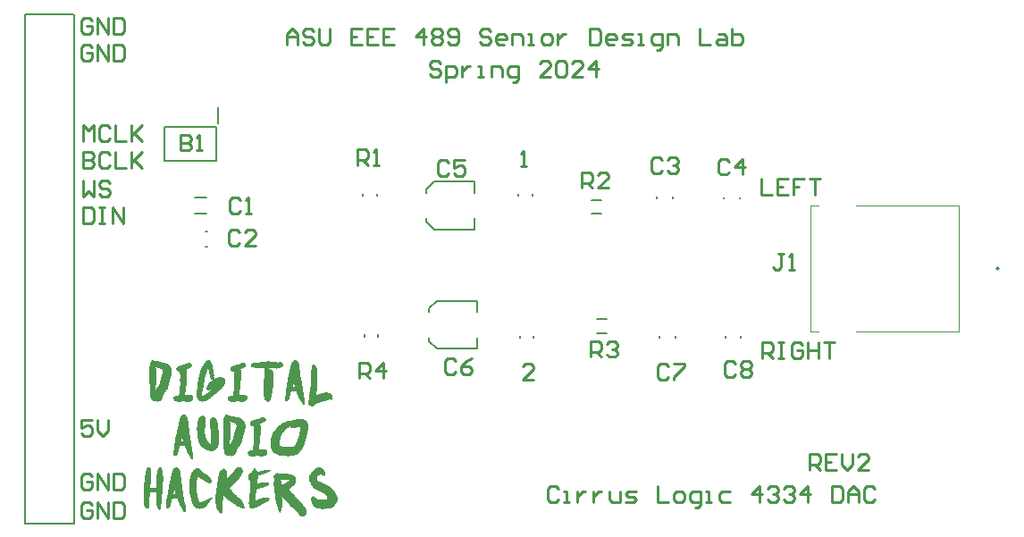
<source format=gbr>
%TF.GenerationSoftware,Altium Limited,Altium Designer,24.1.2 (44)*%
G04 Layer_Color=65535*
%FSLAX45Y45*%
%MOMM*%
%TF.SameCoordinates,081E4AA9-6FF8-4DA1-966E-1EA6E075E410*%
%TF.FilePolarity,Positive*%
%TF.FileFunction,Legend,Top*%
%TF.Part,Single*%
G01*
G75*
%TA.AperFunction,NonConductor*%
%ADD23C,0.20000*%
%ADD24C,0.10000*%
%ADD25C,0.25400*%
G36*
X2381525Y1655108D02*
X2448352D01*
Y1650653D01*
X2461717D01*
Y1655108D01*
X2488448D01*
Y1650653D01*
X2497358D01*
Y1646198D01*
X2501813D01*
Y1637288D01*
X2506268D01*
Y1615012D01*
X2501813D01*
Y1610557D01*
X2497358D01*
Y1606102D01*
X2492903D01*
Y1601647D01*
X2483993D01*
Y1597191D01*
X2470627D01*
Y1592736D01*
X2448352D01*
Y1588281D01*
X2439441D01*
Y1592736D01*
X2381525D01*
Y1597191D01*
X2359249D01*
Y1592736D01*
X2372615D01*
Y1588281D01*
X2385980D01*
Y1583826D01*
X2390435D01*
Y1579371D01*
X2399345D01*
Y1574916D01*
X2403800D01*
Y1570461D01*
X2408256D01*
Y1561550D01*
X2412711D01*
Y1548185D01*
X2417166D01*
Y1445717D01*
X2412711D01*
Y1410076D01*
X2408256D01*
Y1378890D01*
X2403800D01*
Y1356615D01*
X2399345D01*
Y1334339D01*
X2394890D01*
Y1316519D01*
X2390435D01*
Y1303153D01*
X2385980D01*
Y1294243D01*
X2381525D01*
Y1285332D01*
X2377070D01*
Y1280878D01*
X2368159D01*
Y1276422D01*
X2354794D01*
Y1280878D01*
X2345884D01*
Y1285332D01*
X2341429D01*
Y1289788D01*
X2336973D01*
Y1294243D01*
X2332519D01*
Y1307608D01*
X2328063D01*
Y1325429D01*
X2323608D01*
Y1361070D01*
X2319153D01*
Y1410076D01*
X2323608D01*
Y1490268D01*
X2328063D01*
Y1592736D01*
X2287967D01*
Y1597191D01*
X2234506D01*
Y1601647D01*
X2216685D01*
Y1606102D01*
X2203320D01*
Y1610557D01*
X2198865D01*
Y1637288D01*
X2207775D01*
Y1641743D01*
X2216685D01*
Y1646198D01*
X2238961D01*
Y1650653D01*
X2287967D01*
Y1655108D01*
X2350339D01*
Y1659563D01*
X2381525D01*
Y1655108D01*
D02*
G37*
G36*
X2804762Y1623922D02*
X2813672D01*
Y1615012D01*
X2818127D01*
Y1606102D01*
X2822582D01*
Y1592736D01*
X2827037D01*
Y1566006D01*
X2831492D01*
Y1445717D01*
X2827037D01*
Y1378890D01*
X2822582D01*
Y1343249D01*
X2835948D01*
Y1347704D01*
X2849313D01*
Y1352159D01*
X2862678D01*
Y1356615D01*
X2880499D01*
Y1361070D01*
X2898319D01*
Y1365525D01*
X2929505D01*
Y1361070D01*
X2942871D01*
Y1356615D01*
X2951781D01*
Y1352159D01*
X2956236D01*
Y1347704D01*
X2960691D01*
Y1343249D01*
X2965146D01*
Y1338794D01*
X2969601D01*
Y1312063D01*
X2974057D01*
Y1294243D01*
X2960691D01*
Y1298698D01*
X2938416D01*
Y1294243D01*
X2925050D01*
Y1289788D01*
X2911685D01*
Y1285332D01*
X2893864D01*
Y1280878D01*
X2880499D01*
Y1276422D01*
X2867133D01*
Y1271967D01*
X2853768D01*
Y1267512D01*
X2840403D01*
Y1263057D01*
X2831492D01*
Y1258602D01*
X2813672D01*
Y1254147D01*
X2809217D01*
Y1245237D01*
X2804762D01*
Y1240781D01*
X2800307D01*
Y1236326D01*
X2795851D01*
Y1231871D01*
X2764666D01*
Y1236326D01*
X2760210D01*
Y1240781D01*
X2755755D01*
Y1245237D01*
X2751300D01*
Y1249692D01*
X2746845D01*
Y1263057D01*
X2742390D01*
Y1289788D01*
X2746845D01*
Y1294243D01*
X2751300D01*
Y1303153D01*
X2755755D01*
Y1352159D01*
X2760210D01*
Y1361070D01*
X2755755D01*
Y1365525D01*
X2760210D01*
Y1414531D01*
X2764666D01*
Y1476903D01*
X2769121D01*
Y1530364D01*
Y1534820D01*
Y1574916D01*
X2773576D01*
Y1606102D01*
X2778031D01*
Y1619467D01*
X2782486D01*
Y1623922D01*
X2786941D01*
Y1628377D01*
X2804762D01*
Y1623922D01*
D02*
G37*
G36*
X2140948Y1641743D02*
X2145403D01*
Y1637288D01*
X2149858D01*
Y1628377D01*
X2154313D01*
Y1615012D01*
X2149858D01*
Y1606102D01*
X2140948D01*
Y1601647D01*
X2136493D01*
Y1597191D01*
X2132038D01*
Y1592736D01*
X2118672D01*
Y1588281D01*
X2109762D01*
Y1583826D01*
X2100852D01*
Y1574916D01*
X2105307D01*
Y1481358D01*
X2100852D01*
Y1427897D01*
X2096397D01*
Y1392256D01*
X2091942D01*
Y1365525D01*
X2087487D01*
Y1343249D01*
X2083031D01*
Y1338794D01*
X2154313D01*
Y1334339D01*
X2163224D01*
Y1329884D01*
X2167679D01*
Y1303153D01*
X2163224D01*
Y1294243D01*
X2158769D01*
Y1289788D01*
X2154313D01*
Y1285332D01*
X2145403D01*
Y1280878D01*
X2136493D01*
Y1276422D01*
X2087487D01*
Y1280878D01*
X2056301D01*
Y1276422D01*
X2007294D01*
Y1280878D01*
X1989474D01*
Y1289788D01*
X1985019D01*
Y1298698D01*
X1980563D01*
Y1320973D01*
X1989474D01*
Y1325429D01*
X1998384D01*
Y1329884D01*
X2029570D01*
Y1352159D01*
X2034025D01*
Y1378890D01*
X2038480D01*
Y1418986D01*
Y1423441D01*
Y1427897D01*
X2042935D01*
Y1467993D01*
X2038480D01*
Y1490268D01*
X2042935D01*
Y1539275D01*
X2038480D01*
Y1566006D01*
X2016205D01*
Y1570461D01*
X2007294D01*
Y1574916D01*
X2002839D01*
Y1583826D01*
X1998384D01*
Y1588281D01*
X2002839D01*
Y1597191D01*
X2007294D01*
Y1601647D01*
X2011749D01*
Y1606102D01*
X2016205D01*
Y1610557D01*
X2025115D01*
Y1615012D01*
X2034025D01*
Y1619467D01*
X2047390D01*
Y1623922D01*
X2060756D01*
Y1628377D01*
X2074121D01*
Y1632832D01*
X2087487D01*
Y1637288D01*
X2096397D01*
Y1641743D01*
X2109762D01*
Y1646198D01*
X2140948D01*
Y1641743D01*
D02*
G37*
G36*
X1802359Y1668473D02*
X1811269D01*
Y1664018D01*
X1820179D01*
Y1659563D01*
X1824634D01*
Y1650653D01*
X1829089D01*
Y1628377D01*
X1833544D01*
Y1606102D01*
X1838000D01*
Y1583826D01*
X1842455D01*
Y1561550D01*
X1846910D01*
Y1539275D01*
X1851365D01*
Y1516999D01*
X1846910D01*
Y1508089D01*
X1851365D01*
Y1490268D01*
X1855820D01*
Y1494723D01*
X1864730D01*
Y1499179D01*
X1878096D01*
Y1503634D01*
X1891461D01*
Y1508089D01*
X1927102D01*
Y1503634D01*
X1936012D01*
Y1499179D01*
X1944922D01*
Y1494723D01*
X1949378D01*
Y1490268D01*
X1953833D01*
Y1485813D01*
X1958288D01*
Y1450172D01*
X1953833D01*
Y1441262D01*
X1949378D01*
Y1432352D01*
X1944922D01*
Y1423441D01*
X1940468D01*
Y1418986D01*
X1936012D01*
Y1414531D01*
X1931557D01*
Y1410076D01*
X1927102D01*
Y1405621D01*
X1922647D01*
Y1401166D01*
X1918192D01*
Y1396711D01*
X1913737D01*
Y1392256D01*
X1909281D01*
Y1387800D01*
X1904827D01*
Y1383345D01*
X1900371D01*
Y1378890D01*
X1891461D01*
Y1374435D01*
X1887006D01*
Y1369980D01*
X1882551D01*
Y1365525D01*
X1878096D01*
Y1361070D01*
X1873641D01*
Y1356615D01*
X1869185D01*
Y1352159D01*
X1864730D01*
Y1347704D01*
X1855820D01*
Y1343249D01*
X1851365D01*
Y1338794D01*
X1846910D01*
Y1334339D01*
X1842455D01*
Y1329884D01*
X1838000D01*
Y1325429D01*
X1833544D01*
Y1320973D01*
X1824634D01*
Y1316519D01*
X1820179D01*
Y1312063D01*
X1815724D01*
Y1307608D01*
X1806814D01*
Y1303153D01*
X1802359D01*
Y1298698D01*
X1793448D01*
Y1294243D01*
X1784538D01*
Y1289788D01*
X1775628D01*
Y1285332D01*
X1762262D01*
Y1280878D01*
X1744442D01*
Y1276422D01*
X1735532D01*
Y1280878D01*
X1717711D01*
Y1285332D01*
X1708801D01*
Y1289788D01*
X1704346D01*
Y1294243D01*
X1699891D01*
Y1298698D01*
X1695436D01*
Y1303153D01*
X1690980D01*
Y1316519D01*
X1686525D01*
Y1396711D01*
X1690980D01*
Y1436807D01*
X1695436D01*
Y1467993D01*
X1699891D01*
Y1494723D01*
X1704346D01*
Y1512544D01*
X1708801D01*
Y1530364D01*
X1713256D01*
Y1543730D01*
X1717711D01*
Y1557095D01*
X1722166D01*
Y1574916D01*
X1726621D01*
Y1588281D01*
X1731077D01*
Y1597191D01*
X1735532D01*
Y1606102D01*
X1739987D01*
Y1615012D01*
X1744442D01*
Y1623922D01*
X1748897D01*
Y1632832D01*
X1753352D01*
Y1637288D01*
X1757807D01*
Y1646198D01*
X1762262D01*
Y1650653D01*
X1766718D01*
Y1655108D01*
X1771173D01*
Y1659563D01*
X1775628D01*
Y1664018D01*
X1784538D01*
Y1668473D01*
X1797903D01*
Y1672929D01*
X1802359D01*
Y1668473D01*
D02*
G37*
G36*
X1628609Y1641743D02*
X1633064D01*
Y1637288D01*
X1637519D01*
Y1628377D01*
X1641974D01*
Y1615012D01*
X1637519D01*
Y1606102D01*
X1628609D01*
Y1601647D01*
X1624153D01*
Y1597191D01*
X1619698D01*
Y1592736D01*
X1606333D01*
Y1588281D01*
X1597423D01*
Y1583826D01*
X1588512D01*
Y1574916D01*
X1592968D01*
Y1543730D01*
Y1539275D01*
Y1481358D01*
X1588512D01*
Y1427897D01*
X1584057D01*
Y1392256D01*
X1579602D01*
Y1365525D01*
X1575147D01*
Y1343249D01*
X1570692D01*
Y1338794D01*
X1641974D01*
Y1334339D01*
X1650884D01*
Y1329884D01*
X1655339D01*
Y1303153D01*
X1650884D01*
Y1294243D01*
X1646429D01*
Y1289788D01*
X1641974D01*
Y1285332D01*
X1633064D01*
Y1280878D01*
X1624153D01*
Y1276422D01*
X1575147D01*
Y1280878D01*
X1543961D01*
Y1276422D01*
X1494955D01*
Y1280878D01*
X1477134D01*
Y1289788D01*
X1472679D01*
Y1298698D01*
X1468224D01*
Y1320973D01*
X1477134D01*
Y1325429D01*
X1486045D01*
Y1329884D01*
X1517231D01*
Y1352159D01*
X1521686D01*
Y1378890D01*
X1526141D01*
Y1427897D01*
X1530596D01*
Y1467993D01*
X1526141D01*
Y1490268D01*
X1530596D01*
Y1539275D01*
X1526141D01*
Y1566006D01*
X1503865D01*
Y1570461D01*
X1494955D01*
Y1574916D01*
X1490500D01*
Y1583826D01*
X1486045D01*
Y1588281D01*
X1490500D01*
Y1597191D01*
X1494955D01*
Y1601647D01*
X1499410D01*
Y1606102D01*
X1503865D01*
Y1610557D01*
X1512775D01*
Y1615012D01*
X1521686D01*
Y1619467D01*
X1535051D01*
Y1623922D01*
X1548417D01*
Y1628377D01*
X1561782D01*
Y1632832D01*
X1575147D01*
Y1637288D01*
X1584057D01*
Y1641743D01*
X1597423D01*
Y1646198D01*
X1628609D01*
Y1641743D01*
D02*
G37*
G36*
X1281109Y1664018D02*
X1307840D01*
Y1659563D01*
X1330115D01*
Y1655108D01*
X1352391D01*
Y1650653D01*
X1370211D01*
Y1646198D01*
X1388032D01*
Y1641743D01*
X1401397D01*
Y1637288D01*
X1410308D01*
Y1632832D01*
X1414763D01*
Y1628377D01*
X1419218D01*
Y1623922D01*
X1423673D01*
Y1619467D01*
X1428128D01*
Y1615012D01*
X1432583D01*
Y1610557D01*
X1437038D01*
Y1601647D01*
X1441493D01*
Y1592736D01*
X1445949D01*
Y1579371D01*
X1450404D01*
Y1534820D01*
X1445949D01*
Y1516999D01*
X1441493D01*
Y1503634D01*
X1437038D01*
Y1490268D01*
X1432583D01*
Y1476903D01*
X1428128D01*
Y1463538D01*
X1423673D01*
Y1445717D01*
X1419218D01*
Y1423441D01*
X1414763D01*
Y1410076D01*
X1410308D01*
Y1396711D01*
X1405852D01*
Y1392256D01*
X1401397D01*
Y1387800D01*
X1396942D01*
Y1378890D01*
X1392487D01*
Y1374435D01*
X1388032D01*
Y1365525D01*
X1383577D01*
Y1356615D01*
X1379122D01*
Y1352159D01*
X1374667D01*
Y1343249D01*
X1370211D01*
Y1334339D01*
X1365756D01*
Y1320973D01*
X1361301D01*
Y1312063D01*
X1356846D01*
Y1303153D01*
X1352391D01*
Y1294243D01*
X1347936D01*
Y1289788D01*
X1343481D01*
Y1285332D01*
X1334570D01*
Y1280878D01*
X1321205D01*
Y1276422D01*
X1312295D01*
Y1280878D01*
X1276654D01*
Y1285332D01*
X1267743D01*
Y1289788D01*
X1263288D01*
Y1294243D01*
X1258833D01*
Y1298698D01*
X1254378D01*
Y1303153D01*
X1249923D01*
Y1316519D01*
X1245468D01*
Y1343249D01*
X1241013D01*
Y1445717D01*
X1236558D01*
Y1610557D01*
X1241013D01*
Y1641743D01*
X1245468D01*
Y1650653D01*
X1249923D01*
Y1659563D01*
X1254378D01*
Y1664018D01*
X1258833D01*
Y1668473D01*
X1281109D01*
Y1664018D01*
D02*
G37*
G36*
X2635467D02*
X2639922D01*
Y1659563D01*
X2644377D01*
Y1655108D01*
X2648832D01*
Y1650653D01*
X2653288D01*
Y1637288D01*
X2657743D01*
Y1610557D01*
X2662198D01*
Y1579371D01*
X2666653D01*
Y1548185D01*
X2671108D01*
Y1508089D01*
X2675563D01*
Y1476903D01*
X2680018D01*
Y1450172D01*
X2684473D01*
Y1423441D01*
X2688929D01*
Y1418986D01*
Y1392256D01*
X2693383D01*
Y1365525D01*
X2697839D01*
Y1343249D01*
X2702294D01*
Y1316519D01*
X2706749D01*
Y1285332D01*
X2711204D01*
Y1254147D01*
X2706749D01*
Y1249692D01*
X2688929D01*
Y1254147D01*
X2684473D01*
Y1263057D01*
X2680018D01*
Y1271967D01*
X2675563D01*
Y1280878D01*
X2671108D01*
Y1289788D01*
X2666653D01*
Y1298698D01*
X2662198D01*
Y1303153D01*
X2657743D01*
Y1312063D01*
X2653288D01*
Y1320973D01*
X2648832D01*
Y1329884D01*
X2644377D01*
Y1338794D01*
X2639922D01*
Y1347704D01*
X2635467D01*
Y1361070D01*
X2631012D01*
Y1378890D01*
X2613191D01*
Y1374435D01*
X2582006D01*
Y1365525D01*
X2577550D01*
Y1347704D01*
X2573095D01*
Y1329884D01*
X2568640D01*
Y1316519D01*
X2564185D01*
Y1303153D01*
X2559730D01*
Y1294243D01*
X2555275D01*
Y1289788D01*
X2550820D01*
Y1285332D01*
X2541909D01*
Y1280878D01*
X2528544D01*
Y1285332D01*
X2524089D01*
Y1334339D01*
X2528544D01*
Y1374435D01*
X2532999D01*
Y1405621D01*
X2537454D01*
Y1436807D01*
X2541909D01*
Y1459082D01*
X2546364D01*
Y1485813D01*
X2550820D01*
Y1508089D01*
X2555275D01*
Y1525909D01*
X2559730D01*
Y1543730D01*
X2564185D01*
Y1561550D01*
X2568640D01*
Y1583826D01*
X2573095D01*
Y1601647D01*
X2577550D01*
Y1619467D01*
X2582006D01*
Y1637288D01*
X2586461D01*
Y1650653D01*
X2590916D01*
Y1655108D01*
X2595371D01*
Y1659563D01*
X2599826D01*
Y1664018D01*
X2608736D01*
Y1668473D01*
X2635467D01*
Y1664018D01*
D02*
G37*
G36*
X1748897Y1142769D02*
X1757807D01*
Y1138313D01*
X1762262D01*
Y1129403D01*
X1766718D01*
Y1120493D01*
X1771173D01*
Y1067031D01*
X1766718D01*
Y1026935D01*
X1762262D01*
Y973474D01*
X1766718D01*
Y946743D01*
X1771173D01*
Y933378D01*
X1775628D01*
Y924468D01*
X1780083D01*
Y915557D01*
X1784538D01*
Y906647D01*
X1788993D01*
Y902192D01*
X1793448D01*
Y897737D01*
X1797903D01*
Y893281D01*
X1802359D01*
Y888827D01*
X1806814D01*
Y884371D01*
X1815724D01*
Y879916D01*
X1820179D01*
Y924468D01*
X1824634D01*
Y986839D01*
X1820179D01*
Y1018025D01*
X1815724D01*
Y1111583D01*
X1820179D01*
Y1120493D01*
X1824634D01*
Y1124948D01*
X1829089D01*
Y1129403D01*
X1855820D01*
Y1124948D01*
X1864730D01*
Y1120493D01*
X1869185D01*
Y1116038D01*
X1873641D01*
Y1107128D01*
X1878096D01*
Y1093762D01*
X1882551D01*
Y1080397D01*
X1887006D01*
Y1049211D01*
X1891461D01*
Y1013570D01*
X1895916D01*
Y924468D01*
X1900371D01*
Y906647D01*
X1895916D01*
Y866551D01*
X1891461D01*
Y853185D01*
X1887006D01*
Y844275D01*
X1882551D01*
Y835365D01*
X1878096D01*
Y830910D01*
X1873641D01*
Y826455D01*
X1869185D01*
Y822000D01*
X1860275D01*
Y817544D01*
X1855820D01*
Y813089D01*
X1846910D01*
Y808634D01*
X1806814D01*
Y813089D01*
X1788993D01*
Y817544D01*
X1780083D01*
Y822000D01*
X1771173D01*
Y826455D01*
X1762262D01*
Y830910D01*
X1757807D01*
Y835365D01*
X1748897D01*
Y839820D01*
X1744442D01*
Y844275D01*
X1739987D01*
Y848730D01*
X1735532D01*
Y853185D01*
X1731077D01*
Y857641D01*
X1726621D01*
Y862096D01*
X1722166D01*
Y871006D01*
X1717711D01*
Y879916D01*
X1713256D01*
Y884371D01*
X1708801D01*
Y893281D01*
X1704346D01*
Y906647D01*
X1699891D01*
Y911102D01*
Y915557D01*
Y924468D01*
X1695436D01*
Y942288D01*
X1690980D01*
Y1004660D01*
X1686525D01*
Y1035846D01*
X1690980D01*
Y1071487D01*
X1695436D01*
Y1098217D01*
X1699891D01*
Y1111583D01*
X1704346D01*
Y1120493D01*
X1708801D01*
Y1129403D01*
X1713256D01*
Y1133858D01*
X1717711D01*
Y1138313D01*
X1722166D01*
Y1142769D01*
X1735532D01*
Y1147224D01*
X1748897D01*
Y1142769D01*
D02*
G37*
G36*
X2675563Y1111583D02*
X2697839D01*
Y1107128D01*
X2706749D01*
Y1102672D01*
X2715659D01*
Y1098217D01*
X2724569D01*
Y1093762D01*
X2729025D01*
Y1084852D01*
X2733480D01*
Y1080397D01*
X2737935D01*
Y1067031D01*
X2742390D01*
Y1004660D01*
X2737935D01*
Y977929D01*
X2733480D01*
Y960108D01*
X2729025D01*
Y937833D01*
X2724569D01*
Y924468D01*
X2720114D01*
Y906647D01*
X2715659D01*
Y897737D01*
X2711204D01*
Y884371D01*
X2706749D01*
Y871006D01*
X2702294D01*
Y862096D01*
X2697839D01*
Y848730D01*
X2693383D01*
Y839820D01*
X2688929D01*
Y830910D01*
X2684473D01*
Y822000D01*
X2680018D01*
Y817544D01*
X2675563D01*
Y813089D01*
X2671108D01*
Y804179D01*
X2666653D01*
Y799724D01*
X2662198D01*
Y795269D01*
X2653288D01*
Y790814D01*
X2648832D01*
Y786359D01*
X2644377D01*
Y781903D01*
X2639922D01*
Y777448D01*
X2631012D01*
Y772993D01*
X2617647D01*
Y768538D01*
X2599826D01*
Y764083D01*
X2564185D01*
Y759628D01*
X2537454D01*
Y764083D01*
X2492903D01*
Y768538D01*
X2466172D01*
Y772993D01*
X2452807D01*
Y777448D01*
X2448352D01*
Y781903D01*
X2439441D01*
Y786359D01*
X2430531D01*
Y790814D01*
X2421621D01*
Y795269D01*
X2417166D01*
Y799724D01*
X2412711D01*
Y804179D01*
X2408256D01*
Y808634D01*
X2403800D01*
Y813089D01*
X2399345D01*
Y817544D01*
X2394890D01*
Y835365D01*
X2390435D01*
Y853185D01*
X2385980D01*
Y920012D01*
X2390435D01*
Y937833D01*
X2394890D01*
Y951198D01*
X2399345D01*
Y964563D01*
X2403800D01*
Y973474D01*
X2408256D01*
Y977929D01*
Y982384D01*
X2412711D01*
Y986839D01*
X2417166D01*
Y995749D01*
X2421621D01*
Y1000205D01*
X2426076D01*
Y1009115D01*
X2430531D01*
Y1013570D01*
X2434986D01*
Y1018025D01*
X2439441D01*
Y1026935D01*
X2443897D01*
Y1031390D01*
X2448352D01*
Y1035846D01*
X2452807D01*
Y1040301D01*
X2457262D01*
Y1044756D01*
X2461717D01*
Y1049211D01*
X2466172D01*
Y1053666D01*
X2475082D01*
Y1058121D01*
X2479538D01*
Y1062576D01*
X2488448D01*
Y1067031D01*
X2492903D01*
Y1071487D01*
X2501813D01*
Y1075942D01*
X2510723D01*
Y1080397D01*
X2519634D01*
Y1084852D01*
X2528544D01*
Y1089307D01*
X2537454D01*
Y1093762D01*
X2555275D01*
Y1098217D01*
X2590916D01*
Y1102672D01*
X2604281D01*
Y1107128D01*
X2622102D01*
Y1111583D01*
X2639922D01*
Y1116038D01*
X2675563D01*
Y1111583D01*
D02*
G37*
G36*
X2328063Y1124948D02*
X2332519D01*
Y1120493D01*
X2336973D01*
Y1111583D01*
X2341429D01*
Y1098217D01*
X2336973D01*
Y1089307D01*
X2328063D01*
Y1084852D01*
X2323608D01*
Y1080397D01*
X2319153D01*
Y1075942D01*
X2305788D01*
Y1071487D01*
X2296878D01*
Y1067031D01*
X2287967D01*
Y1058121D01*
X2292422D01*
Y964563D01*
X2287967D01*
Y911102D01*
X2283512D01*
Y875461D01*
X2279057D01*
Y848730D01*
X2274602D01*
Y826455D01*
X2270147D01*
Y822000D01*
X2341429D01*
Y817544D01*
X2350339D01*
Y813089D01*
X2354794D01*
Y786359D01*
X2350339D01*
Y777448D01*
X2345884D01*
Y772993D01*
X2341429D01*
Y768538D01*
X2332519D01*
Y764083D01*
X2323608D01*
Y759628D01*
X2274602D01*
Y764083D01*
X2243416D01*
Y759628D01*
X2194410D01*
Y764083D01*
X2176589D01*
Y772993D01*
X2172134D01*
Y781903D01*
X2167679D01*
Y804179D01*
X2176589D01*
Y808634D01*
X2185499D01*
Y813089D01*
X2216685D01*
Y835365D01*
X2221140D01*
Y862096D01*
X2225595D01*
Y911102D01*
X2230051D01*
Y951198D01*
X2225595D01*
Y973474D01*
X2230051D01*
Y1022480D01*
X2225595D01*
Y1035846D01*
Y1040301D01*
Y1049211D01*
X2203320D01*
Y1053666D01*
X2194410D01*
Y1058121D01*
X2189954D01*
Y1067031D01*
X2185499D01*
Y1071487D01*
X2189954D01*
Y1080397D01*
X2194410D01*
Y1084852D01*
X2198865D01*
Y1089307D01*
X2203320D01*
Y1093762D01*
X2212230D01*
Y1098217D01*
X2221140D01*
Y1102672D01*
X2234506D01*
Y1107128D01*
X2247871D01*
Y1111583D01*
X2261237D01*
Y1116038D01*
X2274602D01*
Y1120493D01*
X2283512D01*
Y1124948D01*
X2296878D01*
Y1129403D01*
X2328063D01*
Y1124948D01*
D02*
G37*
G36*
X1980563Y1147224D02*
X2007294D01*
Y1142769D01*
X2029570D01*
Y1138313D01*
X2051846D01*
Y1133858D01*
X2069666D01*
Y1129403D01*
X2087487D01*
Y1124948D01*
X2100852D01*
Y1120493D01*
X2109762D01*
Y1116038D01*
X2114217D01*
Y1111583D01*
X2118672D01*
Y1107128D01*
X2123128D01*
Y1102672D01*
X2127583D01*
Y1098217D01*
X2132038D01*
Y1093762D01*
X2136493D01*
Y1084852D01*
X2140948D01*
Y1075942D01*
X2145403D01*
Y1062576D01*
X2149858D01*
Y1018025D01*
X2145403D01*
Y1000205D01*
X2140948D01*
Y986839D01*
X2136493D01*
Y973474D01*
X2132038D01*
Y960108D01*
X2127583D01*
Y946743D01*
X2123128D01*
Y928922D01*
X2118672D01*
Y906647D01*
X2114217D01*
Y893281D01*
X2109762D01*
Y879916D01*
X2105307D01*
Y875461D01*
X2100852D01*
Y871006D01*
X2096397D01*
Y862096D01*
X2091942D01*
Y857641D01*
X2087487D01*
Y848730D01*
X2083031D01*
Y839820D01*
X2078576D01*
Y835365D01*
X2074121D01*
Y826455D01*
X2069666D01*
Y817544D01*
X2065211D01*
Y804179D01*
X2060756D01*
Y795269D01*
X2056301D01*
Y786359D01*
X2051846D01*
Y777448D01*
X2047390D01*
Y772993D01*
X2042935D01*
Y768538D01*
X2034025D01*
Y764083D01*
X2020660D01*
Y759628D01*
X2011749D01*
Y764083D01*
X1976108D01*
Y768538D01*
X1967198D01*
Y772993D01*
X1962743D01*
Y777448D01*
X1958288D01*
Y781903D01*
X1953833D01*
Y786359D01*
X1949378D01*
Y799724D01*
X1944922D01*
Y826455D01*
X1940468D01*
Y928922D01*
X1936012D01*
Y1093762D01*
X1940468D01*
Y1124948D01*
X1944922D01*
Y1133858D01*
X1949378D01*
Y1142769D01*
X1953833D01*
Y1147224D01*
X1958288D01*
Y1151679D01*
X1980563D01*
Y1147224D01*
D02*
G37*
G36*
X1579602D02*
X1584057D01*
Y1142769D01*
X1588512D01*
Y1138313D01*
X1592968D01*
Y1133858D01*
X1597423D01*
Y1120493D01*
X1601878D01*
Y1093762D01*
X1606333D01*
Y1062576D01*
X1610788D01*
Y1031390D01*
X1615243D01*
Y991294D01*
X1619698D01*
Y960108D01*
X1624153D01*
Y933378D01*
X1628609D01*
Y906647D01*
X1633064D01*
Y875461D01*
X1637519D01*
Y848730D01*
X1641974D01*
Y826455D01*
X1646429D01*
Y799724D01*
X1650884D01*
Y768538D01*
X1655339D01*
Y737352D01*
X1650884D01*
Y732897D01*
X1633064D01*
Y737352D01*
X1628609D01*
Y746262D01*
X1624153D01*
Y755173D01*
X1619698D01*
Y764083D01*
X1615243D01*
Y772993D01*
X1610788D01*
Y781903D01*
X1606333D01*
Y786359D01*
X1601878D01*
Y795269D01*
X1597423D01*
Y804179D01*
X1592968D01*
Y813089D01*
X1588512D01*
Y822000D01*
X1584057D01*
Y830910D01*
X1579602D01*
Y844275D01*
X1575147D01*
Y862096D01*
X1557327D01*
Y857641D01*
X1526141D01*
Y848730D01*
X1521686D01*
Y830910D01*
X1517231D01*
Y813089D01*
X1512775D01*
Y799724D01*
X1508320D01*
Y786359D01*
X1503865D01*
Y777448D01*
X1499410D01*
Y772993D01*
X1494955D01*
Y768538D01*
X1486045D01*
Y764083D01*
X1472679D01*
Y768538D01*
X1468224D01*
Y817544D01*
X1472679D01*
Y857641D01*
X1477134D01*
Y888827D01*
X1481590D01*
Y920012D01*
X1486045D01*
Y942288D01*
X1490500D01*
Y969019D01*
X1494955D01*
Y991294D01*
X1499410D01*
Y1009115D01*
X1503865D01*
Y1026935D01*
X1508320D01*
Y1044756D01*
X1512775D01*
Y1067031D01*
X1517231D01*
Y1084852D01*
X1521686D01*
Y1102672D01*
X1526141D01*
Y1120493D01*
X1530596D01*
Y1133858D01*
X1535051D01*
Y1138313D01*
X1539506D01*
Y1142769D01*
X1543961D01*
Y1147224D01*
X1552871D01*
Y1151679D01*
X1579602D01*
Y1147224D01*
D02*
G37*
G36*
X2862678Y648250D02*
X2876044D01*
Y643794D01*
X2880499D01*
Y639339D01*
X2884954D01*
Y634884D01*
X2889409D01*
Y630429D01*
X2893864D01*
Y625974D01*
X2898319D01*
Y617064D01*
X2902774D01*
Y612609D01*
Y603698D01*
X2907230D01*
Y581423D01*
X2902774D01*
Y576968D01*
X2898319D01*
Y572512D01*
X2884954D01*
Y576968D01*
X2880499D01*
Y581423D01*
X2871589D01*
Y585878D01*
X2862678D01*
Y590333D01*
X2858223D01*
Y585878D01*
X2849313D01*
Y581423D01*
X2840403D01*
Y572512D01*
X2835948D01*
Y568057D01*
X2831492D01*
Y559147D01*
X2827037D01*
Y545782D01*
X2831492D01*
Y532417D01*
X2835948D01*
Y527961D01*
X2840403D01*
Y523506D01*
X2844858D01*
Y519051D01*
X2858223D01*
Y514596D01*
X2871589D01*
Y510141D01*
X2880499D01*
Y505686D01*
X2889409D01*
Y501231D01*
X2898319D01*
Y496775D01*
X2902774D01*
Y492320D01*
X2911685D01*
Y487865D01*
X2920595D01*
Y483410D01*
X2929505D01*
Y478955D01*
X2938416D01*
Y474500D01*
X2942871D01*
Y470045D01*
X2951781D01*
Y465590D01*
X2960691D01*
Y461134D01*
X2965146D01*
Y456679D01*
X2969601D01*
Y452224D01*
X2974057D01*
Y447769D01*
X2978512D01*
Y443314D01*
X2982967D01*
Y438859D01*
X2987422D01*
Y434404D01*
X2991877D01*
Y425493D01*
X2996332D01*
Y421038D01*
X3000787D01*
Y412128D01*
X3005242D01*
Y403218D01*
X3009698D01*
Y394308D01*
X3014153D01*
Y376487D01*
X3018608D01*
Y331936D01*
X3014153D01*
Y318570D01*
X3009698D01*
Y309660D01*
X3005242D01*
Y305205D01*
X3000787D01*
Y296295D01*
X2996332D01*
Y291840D01*
X2991877D01*
Y287384D01*
X2982967D01*
Y282929D01*
X2978512D01*
Y278474D01*
X2969601D01*
Y274019D01*
X2960691D01*
Y269564D01*
X2942871D01*
Y265109D01*
X2911685D01*
Y260654D01*
X2907230D01*
Y265109D01*
X2893864D01*
Y260654D01*
X2858223D01*
Y265109D01*
X2831492D01*
Y269564D01*
X2822582D01*
Y274019D01*
X2813672D01*
Y278474D01*
X2804762D01*
Y282929D01*
X2800307D01*
Y287384D01*
X2795851D01*
Y291840D01*
X2791396D01*
Y296295D01*
X2786941D01*
Y300750D01*
X2782486D01*
Y309660D01*
X2778031D01*
Y323026D01*
X2773576D01*
Y336391D01*
X2769121D01*
Y372032D01*
X2773576D01*
Y376487D01*
X2778031D01*
Y380942D01*
X2782486D01*
Y385397D01*
X2791396D01*
Y380942D01*
X2795851D01*
Y376487D01*
X2804762D01*
Y372032D01*
X2809217D01*
Y367577D01*
X2818127D01*
Y363122D01*
X2822582D01*
Y358667D01*
X2831492D01*
Y354211D01*
X2840403D01*
Y349756D01*
X2920595D01*
Y354211D01*
X2925050D01*
Y376487D01*
X2920595D01*
Y385397D01*
X2916140D01*
Y389852D01*
X2911685D01*
Y394308D01*
X2907230D01*
Y398763D01*
X2902774D01*
Y403218D01*
X2898319D01*
Y407673D01*
X2889409D01*
Y412128D01*
X2880499D01*
Y416583D01*
X2871589D01*
Y421038D01*
X2862678D01*
Y425493D01*
X2853768D01*
Y429949D01*
X2844858D01*
Y434404D01*
X2835948D01*
Y438859D01*
X2827037D01*
Y443314D01*
X2818127D01*
Y447769D01*
X2809217D01*
Y452224D01*
X2800307D01*
Y456679D01*
X2795851D01*
Y461134D01*
X2791396D01*
Y465590D01*
X2786941D01*
Y470045D01*
X2782486D01*
Y474500D01*
X2778031D01*
Y478955D01*
X2773576D01*
Y487865D01*
X2769121D01*
Y496775D01*
X2764666D01*
Y510141D01*
X2760210D01*
Y523506D01*
X2755755D01*
Y576968D01*
X2760210D01*
Y590333D01*
X2764666D01*
Y599243D01*
X2769121D01*
Y608153D01*
X2773576D01*
Y612609D01*
X2778031D01*
Y617064D01*
X2782486D01*
Y621519D01*
X2786941D01*
Y625974D01*
X2791396D01*
Y630429D01*
X2795851D01*
Y634884D01*
X2800307D01*
Y639339D01*
X2809217D01*
Y643794D01*
X2818127D01*
Y648250D01*
X2831492D01*
Y652705D01*
X2862678D01*
Y648250D01*
D02*
G37*
G36*
X2091942Y652705D02*
X2105307D01*
Y648250D01*
X2114217D01*
Y643794D01*
X2118672D01*
Y634884D01*
X2123128D01*
Y608153D01*
X2118672D01*
Y599243D01*
X2114217D01*
Y590333D01*
X2109762D01*
Y581423D01*
X2105307D01*
Y572512D01*
X2100852D01*
Y568057D01*
X2096397D01*
Y559147D01*
X2091942D01*
Y554692D01*
X2087487D01*
Y545782D01*
X2083031D01*
Y541327D01*
X2078576D01*
Y536871D01*
X2074121D01*
Y532417D01*
X2069666D01*
Y527961D01*
X2065211D01*
Y523506D01*
X2060756D01*
Y519051D01*
X2056301D01*
Y510141D01*
X2051846D01*
Y505686D01*
X2047390D01*
Y501231D01*
X2042935D01*
Y496775D01*
X2038480D01*
Y492320D01*
X2034025D01*
Y487865D01*
X2029570D01*
Y483410D01*
X2025115D01*
Y478955D01*
X2020660D01*
Y474500D01*
X2016205D01*
Y470045D01*
X2007294D01*
Y465590D01*
X2002839D01*
Y461134D01*
X1998384D01*
Y456679D01*
X2002839D01*
Y452224D01*
X2007294D01*
Y443314D01*
X2011749D01*
Y438859D01*
X2016205D01*
Y434404D01*
X2020660D01*
Y425493D01*
X2025115D01*
Y421038D01*
X2029570D01*
Y416583D01*
X2034025D01*
Y412128D01*
X2038480D01*
Y407673D01*
X2042935D01*
Y403218D01*
X2047390D01*
Y398763D01*
X2051846D01*
Y394308D01*
X2056301D01*
Y389852D01*
X2065211D01*
Y385397D01*
X2069666D01*
Y380942D01*
X2074121D01*
Y376487D01*
X2078576D01*
Y372032D01*
X2083031D01*
Y367577D01*
X2087487D01*
Y363122D01*
X2091942D01*
Y358667D01*
X2096397D01*
Y354211D01*
X2100852D01*
Y349756D01*
X2105307D01*
Y345301D01*
X2109762D01*
Y340846D01*
X2114217D01*
Y331936D01*
X2118672D01*
Y327481D01*
X2123128D01*
Y318570D01*
X2127583D01*
Y309660D01*
X2132038D01*
Y300750D01*
X2136493D01*
Y287384D01*
X2140948D01*
Y265109D01*
X2136493D01*
Y260654D01*
X2132038D01*
Y265109D01*
X2123128D01*
Y269564D01*
X2109762D01*
Y274019D01*
X2100852D01*
Y278474D01*
X2087487D01*
Y282929D01*
X2078576D01*
Y287384D01*
X2069666D01*
Y291840D01*
X2060756D01*
Y296295D01*
X2056301D01*
Y300750D01*
X2047390D01*
Y305205D01*
X2042935D01*
Y309660D01*
X2034025D01*
Y314115D01*
X2025115D01*
Y318570D01*
X2020660D01*
Y323026D01*
X2016205D01*
Y327481D01*
X2007294D01*
Y331936D01*
X2002839D01*
Y336391D01*
X1998384D01*
Y340846D01*
X1993929D01*
Y345301D01*
X1985019D01*
Y349756D01*
X1980563D01*
Y354211D01*
X1976108D01*
Y358667D01*
X1971653D01*
Y363122D01*
X1967198D01*
Y367577D01*
X1962743D01*
Y372032D01*
X1958288D01*
Y376487D01*
X1953833D01*
Y380942D01*
X1949378D01*
Y385397D01*
X1940468D01*
Y367577D01*
X1936012D01*
Y345301D01*
X1931557D01*
Y318570D01*
X1927102D01*
Y278474D01*
X1922647D01*
Y274019D01*
X1927102D01*
Y251743D01*
X1931557D01*
Y220558D01*
X1922647D01*
Y216102D01*
X1913737D01*
Y220558D01*
X1904827D01*
Y225013D01*
X1900371D01*
Y229468D01*
X1895916D01*
Y238378D01*
X1891461D01*
Y242833D01*
X1887006D01*
Y251743D01*
X1882551D01*
Y260654D01*
X1878096D01*
Y269564D01*
X1873641D01*
Y282929D01*
X1869185D01*
Y309660D01*
X1864730D01*
Y398763D01*
X1869185D01*
Y434404D01*
X1873641D01*
Y465590D01*
X1878096D01*
Y496775D01*
X1882551D01*
Y523506D01*
X1887006D01*
Y550237D01*
X1891461D01*
Y572512D01*
X1895916D01*
Y590333D01*
X1900371D01*
Y603698D01*
X1904827D01*
Y612609D01*
X1909281D01*
Y621519D01*
X1913737D01*
Y630429D01*
X1922647D01*
Y634884D01*
X1927102D01*
Y639339D01*
X1940468D01*
Y643794D01*
X1949378D01*
Y639339D01*
X1958288D01*
Y634884D01*
X1967198D01*
Y625974D01*
X1971653D01*
Y617064D01*
X1976108D01*
Y568057D01*
X1971653D01*
Y550237D01*
X1976108D01*
Y554692D01*
X1980563D01*
Y559147D01*
X1985019D01*
Y563602D01*
X1989474D01*
Y568057D01*
X1993929D01*
Y572512D01*
X1998384D01*
Y576968D01*
X2002839D01*
Y581423D01*
X2007294D01*
Y585878D01*
X2011749D01*
Y590333D01*
X2016205D01*
Y599243D01*
X2020660D01*
Y603698D01*
X2025115D01*
Y608153D01*
X2029570D01*
Y612609D01*
X2034025D01*
Y617064D01*
X2038480D01*
Y621519D01*
X2042935D01*
Y630429D01*
X2047390D01*
Y634884D01*
X2051846D01*
Y639339D01*
X2056301D01*
Y643794D01*
X2060756D01*
Y648250D01*
X2069666D01*
Y652705D01*
X2078576D01*
Y657160D01*
X2091942D01*
Y652705D01*
D02*
G37*
G36*
X1695436Y643794D02*
X1708801D01*
Y639339D01*
X1717711D01*
Y634884D01*
X1722166D01*
Y630429D01*
X1726621D01*
Y625974D01*
X1731077D01*
Y621519D01*
X1735532D01*
Y612609D01*
X1744442D01*
Y608153D01*
X1748897D01*
Y603698D01*
X1753352D01*
Y599243D01*
X1762262D01*
Y594788D01*
X1771173D01*
Y590333D01*
X1775628D01*
Y585878D01*
X1784538D01*
Y581423D01*
X1788993D01*
Y576968D01*
X1793448D01*
Y572512D01*
X1797903D01*
Y568057D01*
X1802359D01*
Y563602D01*
X1811269D01*
Y559147D01*
X1815724D01*
Y554692D01*
X1820179D01*
Y545782D01*
X1824634D01*
Y541327D01*
X1829089D01*
Y514596D01*
X1824634D01*
Y510141D01*
X1820179D01*
Y505686D01*
X1793448D01*
Y510141D01*
X1784538D01*
Y514596D01*
X1775628D01*
Y519051D01*
X1771173D01*
Y523506D01*
X1762262D01*
Y527961D01*
X1757807D01*
Y532417D01*
X1748897D01*
Y536871D01*
X1744442D01*
Y541327D01*
X1735532D01*
Y545782D01*
X1726621D01*
Y550237D01*
X1717711D01*
Y554692D01*
X1708801D01*
Y559147D01*
X1704346D01*
Y563602D01*
X1695436D01*
Y554692D01*
X1690980D01*
Y541327D01*
X1686525D01*
Y514596D01*
X1682070D01*
Y438859D01*
X1686525D01*
Y412128D01*
X1690980D01*
Y389852D01*
X1695436D01*
Y372032D01*
X1699891D01*
Y358667D01*
X1704346D01*
Y340846D01*
X1708801D01*
Y331936D01*
X1713256D01*
Y323026D01*
X1726621D01*
Y327481D01*
X1739987D01*
Y331936D01*
X1748897D01*
Y336391D01*
X1762262D01*
Y340846D01*
X1771173D01*
Y345301D01*
X1780083D01*
Y349756D01*
X1788993D01*
Y354211D01*
X1797903D01*
Y358667D01*
X1806814D01*
Y363122D01*
X1815724D01*
Y367577D01*
X1824634D01*
Y372032D01*
X1833544D01*
Y358667D01*
X1829089D01*
Y349756D01*
X1824634D01*
Y345301D01*
X1820179D01*
Y340846D01*
X1815724D01*
Y331936D01*
X1811269D01*
Y327481D01*
X1806814D01*
Y323026D01*
X1802359D01*
Y318570D01*
X1797903D01*
Y309660D01*
X1793448D01*
Y305205D01*
X1788993D01*
Y300750D01*
X1784538D01*
Y296295D01*
X1780083D01*
Y291840D01*
X1775628D01*
Y287384D01*
X1771173D01*
Y282929D01*
X1766718D01*
Y278474D01*
X1757807D01*
Y274019D01*
X1753352D01*
Y269564D01*
X1739987D01*
Y265109D01*
X1717711D01*
Y260654D01*
X1708801D01*
Y265109D01*
X1690980D01*
Y269564D01*
X1677615D01*
Y274019D01*
X1673160D01*
Y278474D01*
X1668705D01*
Y282929D01*
X1664250D01*
Y287384D01*
X1659794D01*
Y296295D01*
X1655339D01*
Y300750D01*
X1650884D01*
Y309660D01*
X1646429D01*
Y323026D01*
X1641974D01*
Y336391D01*
X1637519D01*
Y354211D01*
X1633064D01*
Y367577D01*
X1628609D01*
Y385397D01*
X1624153D01*
Y403218D01*
X1619698D01*
Y425493D01*
X1615243D01*
Y519051D01*
X1619698D01*
Y545782D01*
X1624153D01*
Y568057D01*
X1628609D01*
Y581423D01*
X1633064D01*
Y585878D01*
Y590333D01*
X1637519D01*
Y603698D01*
X1641974D01*
Y612609D01*
X1646429D01*
Y617064D01*
X1650884D01*
Y625974D01*
X1655339D01*
Y630429D01*
X1664250D01*
Y634884D01*
X1668705D01*
Y639339D01*
X1677615D01*
Y643794D01*
X1690980D01*
Y648250D01*
X1695436D01*
Y643794D01*
D02*
G37*
G36*
X2243416Y639339D02*
X2247871D01*
Y634884D01*
X2252326D01*
Y621519D01*
X2256781D01*
Y612609D01*
X2270147D01*
Y617064D01*
X2287967D01*
Y621519D01*
X2305788D01*
Y625974D01*
X2323608D01*
Y630429D01*
X2350339D01*
Y634884D01*
X2385980D01*
Y630429D01*
X2390435D01*
Y625974D01*
X2385980D01*
Y621519D01*
X2377070D01*
Y617064D01*
X2368159D01*
Y612609D01*
X2359249D01*
Y608153D01*
X2350339D01*
Y603698D01*
X2341429D01*
Y599243D01*
X2332519D01*
Y594788D01*
X2319153D01*
Y590333D01*
X2305788D01*
Y585878D01*
X2292422D01*
Y581423D01*
X2279057D01*
Y576968D01*
X2265692D01*
Y550237D01*
X2261237D01*
Y510141D01*
X2256781D01*
Y505686D01*
X2283512D01*
Y510141D01*
X2314698D01*
Y514596D01*
X2354794D01*
Y510141D01*
X2368159D01*
Y505686D01*
X2372615D01*
Y492320D01*
X2368159D01*
Y487865D01*
X2363704D01*
Y483410D01*
X2359249D01*
Y478955D01*
X2350339D01*
Y474500D01*
X2336973D01*
Y470045D01*
X2323608D01*
Y465590D01*
X2305788D01*
Y461134D01*
X2283512D01*
Y456679D01*
X2256781D01*
Y443314D01*
X2252326D01*
Y407673D01*
X2247871D01*
Y372032D01*
X2243416D01*
Y340846D01*
X2252326D01*
Y345301D01*
X2261237D01*
Y349756D01*
X2270147D01*
Y354211D01*
X2279057D01*
Y358667D01*
X2287967D01*
Y363122D01*
X2305788D01*
Y367577D01*
X2319153D01*
Y372032D01*
X2359249D01*
Y367577D01*
X2368159D01*
Y363122D01*
X2372615D01*
Y358667D01*
X2377070D01*
Y349756D01*
X2372615D01*
Y340846D01*
X2368159D01*
Y336391D01*
X2359249D01*
Y331936D01*
X2354794D01*
Y327481D01*
X2345884D01*
Y323026D01*
X2336973D01*
Y318570D01*
X2328063D01*
Y314115D01*
X2319153D01*
Y309660D01*
X2310243D01*
Y305205D01*
X2301332D01*
Y300750D01*
X2292422D01*
Y296295D01*
X2283512D01*
Y291840D01*
X2274602D01*
Y287384D01*
X2265692D01*
Y282929D01*
X2256781D01*
Y278474D01*
X2247871D01*
Y274019D01*
X2238961D01*
Y269564D01*
X2230051D01*
Y265109D01*
X2203320D01*
Y269564D01*
X2194410D01*
Y274019D01*
X2189954D01*
Y278474D01*
X2185499D01*
Y282929D01*
X2181044D01*
Y305205D01*
X2176589D01*
Y327481D01*
X2181044D01*
Y372032D01*
X2185499D01*
Y407673D01*
X2189954D01*
Y470045D01*
X2194410D01*
Y527961D01*
X2189954D01*
Y532417D01*
X2185499D01*
Y536871D01*
X2181044D01*
Y541327D01*
X2176589D01*
Y550237D01*
X2172134D01*
Y581423D01*
X2176589D01*
Y590333D01*
X2181044D01*
Y594788D01*
X2185499D01*
Y599243D01*
X2189954D01*
Y603698D01*
X2198865D01*
Y608153D01*
X2207775D01*
Y612609D01*
X2212230D01*
Y621519D01*
X2216685D01*
Y630429D01*
X2221140D01*
Y634884D01*
X2225595D01*
Y639339D01*
X2230051D01*
Y643794D01*
X2243416D01*
Y639339D01*
D02*
G37*
G36*
X1236558Y652705D02*
X1245468D01*
Y648250D01*
X1249923D01*
Y492320D01*
X1245468D01*
Y465590D01*
X1303384D01*
Y501231D01*
X1307840D01*
Y523506D01*
X1303384D01*
Y541327D01*
X1307840D01*
Y590333D01*
X1312295D01*
Y617064D01*
X1316750D01*
Y630429D01*
X1321205D01*
Y643794D01*
X1325660D01*
Y648250D01*
X1330115D01*
Y652705D01*
X1352391D01*
Y648250D01*
X1356846D01*
Y630429D01*
X1361301D01*
Y608153D01*
X1365756D01*
Y572512D01*
X1370211D01*
Y519051D01*
X1365756D01*
Y443314D01*
X1361301D01*
Y398763D01*
X1356846D01*
Y349756D01*
X1352391D01*
Y309660D01*
X1347936D01*
Y274019D01*
X1343481D01*
Y256199D01*
X1339026D01*
Y251743D01*
X1330115D01*
Y256199D01*
X1325660D01*
Y260654D01*
X1321205D01*
Y269564D01*
X1316750D01*
Y278474D01*
X1312295D01*
Y296295D01*
X1307840D01*
Y327481D01*
X1303384D01*
Y416583D01*
X1290019D01*
Y412128D01*
X1285564D01*
Y416583D01*
X1241013D01*
Y376487D01*
X1236558D01*
Y274019D01*
X1232102D01*
Y269564D01*
X1223192D01*
Y265109D01*
X1205372D01*
Y269564D01*
X1200917D01*
Y274019D01*
X1196461D01*
Y282929D01*
X1192006D01*
Y291840D01*
X1187551D01*
Y309660D01*
X1183096D01*
Y394308D01*
Y398763D01*
Y461134D01*
X1187551D01*
Y514596D01*
X1192006D01*
Y545782D01*
X1196461D01*
Y576968D01*
X1200917D01*
Y599243D01*
X1205372D01*
Y621519D01*
X1209827D01*
Y634884D01*
X1214282D01*
Y643794D01*
X1218737D01*
Y648250D01*
X1223192D01*
Y652705D01*
X1232102D01*
Y657160D01*
X1236558D01*
Y652705D01*
D02*
G37*
G36*
X1508320Y648250D02*
X1512775D01*
Y643794D01*
X1517231D01*
Y639339D01*
X1521686D01*
Y634884D01*
X1526141D01*
Y621519D01*
X1530596D01*
Y594788D01*
X1535051D01*
Y563602D01*
X1539506D01*
Y541327D01*
Y536871D01*
Y532417D01*
X1543961D01*
Y492320D01*
X1548417D01*
Y461134D01*
X1552871D01*
Y434404D01*
X1557327D01*
Y407673D01*
X1561782D01*
Y376487D01*
X1566237D01*
Y349756D01*
X1570692D01*
Y327481D01*
X1575147D01*
Y300750D01*
X1579602D01*
Y269564D01*
X1584057D01*
Y238378D01*
X1579602D01*
Y233923D01*
X1561782D01*
Y238378D01*
X1557327D01*
Y247288D01*
X1552871D01*
Y256199D01*
X1548417D01*
Y265109D01*
X1543961D01*
Y274019D01*
X1539506D01*
Y282929D01*
X1535051D01*
Y287384D01*
X1530596D01*
Y296295D01*
X1526141D01*
Y305205D01*
X1521686D01*
Y314115D01*
X1517231D01*
Y323026D01*
X1512775D01*
Y331936D01*
X1508320D01*
Y345301D01*
X1503865D01*
Y363122D01*
X1486045D01*
Y358667D01*
X1454859D01*
Y349756D01*
X1450404D01*
Y331936D01*
X1445949D01*
Y314115D01*
X1441493D01*
Y300750D01*
X1437038D01*
Y287384D01*
X1432583D01*
Y278474D01*
X1428128D01*
Y274019D01*
X1423673D01*
Y269564D01*
X1414763D01*
Y265109D01*
X1401397D01*
Y269564D01*
X1396942D01*
Y318570D01*
X1401397D01*
Y358667D01*
X1405852D01*
Y389852D01*
X1410308D01*
Y421038D01*
X1414763D01*
Y443314D01*
X1419218D01*
Y470045D01*
X1423673D01*
Y492320D01*
X1428128D01*
Y510141D01*
X1432583D01*
Y527961D01*
X1437038D01*
Y545782D01*
X1441493D01*
Y568057D01*
X1445949D01*
Y585878D01*
X1450404D01*
Y603698D01*
X1454859D01*
Y621519D01*
X1459314D01*
Y634884D01*
X1463769D01*
Y639339D01*
X1468224D01*
Y643794D01*
X1472679D01*
Y648250D01*
X1481590D01*
Y652705D01*
X1508320D01*
Y648250D01*
D02*
G37*
G36*
X2457262Y599243D02*
X2470627D01*
Y594788D01*
X2559730D01*
Y590333D01*
X2577550D01*
Y585878D01*
X2590916D01*
Y581423D01*
X2599826D01*
Y576968D01*
X2608736D01*
Y572512D01*
X2613191D01*
Y568057D01*
X2617647D01*
Y563602D01*
Y559147D01*
X2622102D01*
Y550237D01*
X2626557D01*
Y514596D01*
X2622102D01*
Y501231D01*
X2617647D01*
Y496775D01*
X2613191D01*
Y487865D01*
X2608736D01*
Y483410D01*
X2604281D01*
Y478955D01*
X2599826D01*
Y474500D01*
X2590916D01*
Y470045D01*
X2586461D01*
Y465590D01*
X2582006D01*
Y461134D01*
X2577550D01*
Y456679D01*
X2568640D01*
Y452224D01*
X2564185D01*
Y447769D01*
X2559730D01*
Y443314D01*
X2564185D01*
Y438859D01*
X2568640D01*
Y434404D01*
X2573095D01*
Y429949D01*
X2577550D01*
Y425493D01*
X2582006D01*
Y421038D01*
X2586461D01*
Y412128D01*
X2590916D01*
Y407673D01*
X2595371D01*
Y403218D01*
X2599826D01*
Y398763D01*
X2604281D01*
Y394308D01*
X2608736D01*
Y389852D01*
X2613191D01*
Y385397D01*
X2617647D01*
Y380942D01*
X2622102D01*
Y376487D01*
X2626557D01*
Y372032D01*
X2631012D01*
Y363122D01*
X2635467D01*
Y358667D01*
X2639922D01*
Y354211D01*
X2644377D01*
Y349756D01*
X2648832D01*
Y345301D01*
X2653288D01*
Y340846D01*
X2657743D01*
Y336391D01*
X2662198D01*
Y331936D01*
X2666653D01*
Y327481D01*
X2671108D01*
Y323026D01*
X2675563D01*
Y318570D01*
X2680018D01*
Y309660D01*
X2684473D01*
Y305205D01*
X2688929D01*
Y300750D01*
X2693383D01*
Y296295D01*
X2697839D01*
Y291840D01*
X2702294D01*
Y287384D01*
X2706749D01*
Y282929D01*
X2711204D01*
Y274019D01*
X2715659D01*
Y265109D01*
X2720114D01*
Y256199D01*
X2724569D01*
Y242833D01*
X2729025D01*
Y211647D01*
X2724569D01*
Y207192D01*
X2720114D01*
Y202737D01*
X2715659D01*
Y198282D01*
X2711204D01*
Y193827D01*
X2693383D01*
Y189372D01*
X2680018D01*
Y193827D01*
X2666653D01*
Y198282D01*
X2662198D01*
Y202737D01*
X2657743D01*
Y211647D01*
X2653288D01*
Y216102D01*
X2648832D01*
Y220558D01*
X2644377D01*
Y225013D01*
X2639922D01*
Y229468D01*
X2635467D01*
Y233923D01*
X2631012D01*
Y238378D01*
X2626557D01*
Y242833D01*
X2622102D01*
Y247288D01*
X2617647D01*
Y251743D01*
X2613191D01*
Y256199D01*
X2608736D01*
Y260654D01*
X2604281D01*
Y265109D01*
X2599826D01*
Y269564D01*
X2595371D01*
Y274019D01*
X2590916D01*
Y278474D01*
X2586461D01*
Y282929D01*
X2582006D01*
Y287384D01*
X2577550D01*
Y291840D01*
X2573095D01*
Y296295D01*
X2568640D01*
Y300750D01*
X2564185D01*
Y305205D01*
X2559730D01*
Y314115D01*
X2555275D01*
Y318570D01*
X2550820D01*
Y323026D01*
X2546364D01*
Y327481D01*
X2541909D01*
Y331936D01*
X2537454D01*
Y336391D01*
X2532999D01*
Y340846D01*
X2528544D01*
Y345301D01*
X2524089D01*
Y349756D01*
X2519634D01*
Y354211D01*
X2515179D01*
Y358667D01*
X2510723D01*
Y363122D01*
X2506268D01*
Y367577D01*
X2501813D01*
Y372032D01*
X2497358D01*
Y376487D01*
X2492903D01*
Y367577D01*
X2497358D01*
Y278474D01*
X2492903D01*
Y256199D01*
X2488448D01*
Y242833D01*
X2483993D01*
Y229468D01*
X2479538D01*
Y225013D01*
X2470627D01*
Y229468D01*
X2466172D01*
Y233923D01*
X2461717D01*
Y247288D01*
X2457262D01*
Y265109D01*
X2452807D01*
Y287384D01*
X2448352D01*
Y296295D01*
X2443897D01*
Y309660D01*
X2439441D01*
Y327481D01*
X2434986D01*
Y345301D01*
X2430531D01*
Y376487D01*
X2426076D01*
Y407673D01*
X2421621D01*
Y474500D01*
X2417166D01*
Y519051D01*
X2421621D01*
Y554692D01*
X2417166D01*
Y563602D01*
X2412711D01*
Y568057D01*
X2417166D01*
Y576968D01*
X2421621D01*
Y581423D01*
X2426076D01*
Y585878D01*
X2430531D01*
Y594788D01*
X2434986D01*
Y599243D01*
X2448352D01*
Y603698D01*
X2457262D01*
Y599243D01*
D02*
G37*
%LPC*%
G36*
X1797903Y1597191D02*
X1793448D01*
Y1588281D01*
X1788993D01*
Y1574916D01*
X1784538D01*
Y1561550D01*
X1780083D01*
Y1552640D01*
X1775628D01*
Y1539275D01*
X1771173D01*
Y1521454D01*
X1766718D01*
Y1508089D01*
X1762262D01*
Y1485813D01*
X1757807D01*
Y1463538D01*
X1753352D01*
Y1436807D01*
X1748897D01*
Y1410076D01*
X1744442D01*
Y1374435D01*
X1739987D01*
Y1334339D01*
X1748897D01*
Y1338794D01*
X1757807D01*
Y1343249D01*
X1766718D01*
Y1347704D01*
X1775628D01*
Y1352159D01*
X1780083D01*
Y1356615D01*
X1788993D01*
Y1361070D01*
X1793448D01*
Y1365525D01*
X1797903D01*
Y1369980D01*
X1802359D01*
Y1374435D01*
X1806814D01*
Y1378890D01*
X1811269D01*
Y1383345D01*
X1820179D01*
Y1387800D01*
X1824634D01*
Y1392256D01*
X1811269D01*
Y1387800D01*
X1802359D01*
Y1383345D01*
X1788993D01*
Y1387800D01*
X1784538D01*
Y1392256D01*
X1780083D01*
Y1414531D01*
X1784538D01*
Y1427897D01*
X1788993D01*
Y1436807D01*
X1793448D01*
Y1445717D01*
X1797903D01*
Y1450172D01*
X1802359D01*
Y1454627D01*
X1806814D01*
Y1459082D01*
X1811269D01*
Y1463538D01*
X1815724D01*
Y1467993D01*
X1820179D01*
Y1472448D01*
X1829089D01*
Y1476903D01*
X1833544D01*
Y1481358D01*
X1838000D01*
Y1485813D01*
X1824634D01*
Y1490268D01*
X1820179D01*
Y1499179D01*
X1815724D01*
Y1516999D01*
X1811269D01*
Y1539275D01*
X1806814D01*
Y1557095D01*
X1802359D01*
Y1579371D01*
X1797903D01*
Y1597191D01*
D02*
G37*
G36*
X1316750Y1601647D02*
X1298929D01*
Y1597191D01*
X1303384D01*
Y1436807D01*
X1298929D01*
Y1427897D01*
X1303384D01*
Y1423441D01*
X1298929D01*
Y1392256D01*
X1303384D01*
Y1396711D01*
X1307840D01*
Y1405621D01*
X1312295D01*
Y1414531D01*
X1316750D01*
Y1418986D01*
X1321205D01*
Y1427897D01*
X1325660D01*
Y1436807D01*
X1330115D01*
Y1445717D01*
X1334570D01*
Y1467993D01*
X1339026D01*
Y1481358D01*
X1343481D01*
Y1499179D01*
X1347936D01*
Y1512544D01*
X1352391D01*
Y1525909D01*
X1356846D01*
Y1539275D01*
X1361301D01*
Y1557095D01*
X1365756D01*
Y1566006D01*
Y1570461D01*
Y1574916D01*
X1361301D01*
Y1579371D01*
X1356846D01*
Y1583826D01*
X1347936D01*
Y1588281D01*
X1339026D01*
Y1592736D01*
X1325660D01*
Y1597191D01*
X1316750D01*
Y1601647D01*
D02*
G37*
G36*
X2608736Y1454627D02*
X2604281D01*
Y1445717D01*
X2599826D01*
Y1432352D01*
X2595371D01*
Y1427897D01*
Y1423441D01*
Y1414531D01*
X2613191D01*
Y1436807D01*
X2608736D01*
Y1454627D01*
D02*
G37*
G36*
X2573095Y1044756D02*
X2564185D01*
Y1040301D01*
X2559730D01*
Y1035846D01*
X2555275D01*
Y1031390D01*
X2550820D01*
Y1026935D01*
X2541909D01*
Y1022480D01*
X2537454D01*
Y1018025D01*
X2532999D01*
Y1013570D01*
X2528544D01*
Y1009115D01*
X2524089D01*
Y1004660D01*
X2519634D01*
Y1000205D01*
X2515179D01*
Y995749D01*
X2510723D01*
Y986839D01*
X2506268D01*
Y982384D01*
X2501813D01*
Y973474D01*
X2497358D01*
Y969019D01*
X2492903D01*
Y960108D01*
X2488448D01*
Y951198D01*
X2483993D01*
Y937833D01*
X2479538D01*
Y920012D01*
X2475082D01*
Y897737D01*
X2470627D01*
Y871006D01*
X2475082D01*
Y862096D01*
X2479538D01*
Y857641D01*
X2488448D01*
Y853185D01*
X2506268D01*
Y848730D01*
X2595371D01*
Y853185D01*
X2604281D01*
Y857641D01*
X2608736D01*
Y862096D01*
X2613191D01*
Y866551D01*
X2617647D01*
Y871006D01*
X2622102D01*
Y879916D01*
X2626557D01*
Y884371D01*
X2631012D01*
Y893281D01*
X2635467D01*
Y902192D01*
X2639922D01*
Y911102D01*
X2644377D01*
Y924468D01*
X2648832D01*
Y937833D01*
X2653288D01*
Y951198D01*
X2657743D01*
Y969019D01*
X2662198D01*
Y991294D01*
X2666653D01*
Y1018025D01*
X2671108D01*
Y1026935D01*
X2666653D01*
Y1035846D01*
X2631012D01*
Y1031390D01*
X2604281D01*
Y1026935D01*
X2573095D01*
Y1044756D01*
D02*
G37*
G36*
X2016205Y1084852D02*
X1998384D01*
Y1080397D01*
X2002839D01*
Y920012D01*
X1998384D01*
Y911102D01*
X2002839D01*
Y906647D01*
X1998384D01*
Y875461D01*
X2002839D01*
Y879916D01*
X2007294D01*
Y888827D01*
X2011749D01*
Y897737D01*
X2016205D01*
Y902192D01*
X2020660D01*
Y911102D01*
X2025115D01*
Y920012D01*
X2029570D01*
Y928922D01*
X2034025D01*
Y951198D01*
X2038480D01*
Y964563D01*
X2042935D01*
Y982384D01*
X2047390D01*
Y995749D01*
X2051846D01*
Y1009115D01*
X2056301D01*
Y1022480D01*
X2060756D01*
Y1040301D01*
X2065211D01*
Y1058121D01*
X2060756D01*
Y1062576D01*
X2056301D01*
Y1067031D01*
X2047390D01*
Y1071487D01*
X2038480D01*
Y1075942D01*
X2025115D01*
Y1080397D01*
X2016205D01*
Y1084852D01*
D02*
G37*
G36*
X1552871Y937833D02*
X1548417D01*
Y928922D01*
X1543961D01*
Y915557D01*
X1539506D01*
Y897737D01*
X1557327D01*
Y906647D01*
Y911102D01*
Y920012D01*
X1552871D01*
Y937833D01*
D02*
G37*
G36*
X1481590Y438859D02*
X1477134D01*
Y429949D01*
X1472679D01*
Y416583D01*
X1468224D01*
Y412128D01*
Y398763D01*
X1486045D01*
Y421038D01*
X1481590D01*
Y438859D01*
D02*
G37*
G36*
X2546364Y541327D02*
X2483993D01*
Y527961D01*
X2488448D01*
Y519051D01*
Y514596D01*
Y505686D01*
X2492903D01*
Y501231D01*
X2488448D01*
Y492320D01*
X2506268D01*
Y496775D01*
X2515179D01*
Y501231D01*
X2524089D01*
Y505686D01*
X2528544D01*
Y510141D01*
X2537454D01*
Y514596D01*
X2541909D01*
Y519051D01*
X2550820D01*
Y523506D01*
X2555275D01*
Y527961D01*
X2559730D01*
Y532417D01*
X2564185D01*
Y536871D01*
X2546364D01*
Y541327D01*
D02*
G37*
%LPD*%
D23*
X9285000Y2540000D02*
G03*
X9265000Y2540000I-10000J0D01*
G01*
D02*
G03*
X9285000Y2540000I10000J0D01*
G01*
D02*
G03*
X9265000Y2540000I-10000J0D01*
G01*
X3259900Y3228500D02*
Y3248500D01*
X3394900Y3228500D02*
Y3248500D01*
X6683900Y3202000D02*
Y3217000D01*
X6828900Y3202000D02*
Y3217000D01*
X6048900Y3205600D02*
Y3220600D01*
X6193900Y3205600D02*
Y3220600D01*
X5423700Y3056700D02*
X5523700D01*
X5423700Y3191700D02*
X5523700D01*
X6841600Y1884800D02*
Y1899800D01*
X6696600Y1884800D02*
Y1899800D01*
X6219300Y1884800D02*
Y1899800D01*
X6074300Y1884800D02*
Y1899800D01*
X5474500Y1926400D02*
X5574500D01*
X5474500Y2061400D02*
X5574500D01*
X4868100Y3228500D02*
Y3248500D01*
X4733100Y3228500D02*
Y3248500D01*
X3407600Y1895000D02*
Y1915000D01*
X3272600Y1895000D02*
Y1915000D01*
X3889800Y1851600D02*
Y1886600D01*
Y1851600D02*
X3959800Y1781600D01*
X4339800D01*
X3889800Y2126600D02*
Y2161600D01*
X3959800Y2231600D01*
X4339800D01*
Y1781600D02*
Y1886600D01*
Y2126600D02*
Y2231600D01*
X3864400Y2981900D02*
Y3016900D01*
Y2981900D02*
X3934400Y2911900D01*
X4314400D01*
X3864400Y3256900D02*
Y3291900D01*
X3934400Y3361900D01*
X4314400D01*
Y2911900D02*
Y3016900D01*
Y3256900D02*
Y3361900D01*
X1870600Y3561100D02*
Y3881100D01*
X1380600Y3561100D02*
X1870600D01*
X1380600D02*
Y3881100D01*
X1870600D01*
X1886100Y3916100D02*
Y4068600D01*
X1770500Y2746900D02*
X1785500D01*
X1770500Y2891900D02*
X1785500D01*
X525600Y127000D02*
Y4953000D01*
X63500Y4953000D02*
X520700D01*
X63500Y127000D02*
Y4953000D01*
Y127000D02*
X525600D01*
X1672200Y3211900D02*
X1782200D01*
X1672200Y3061900D02*
X1782200D01*
X4880800Y1882300D02*
Y1902300D01*
X4745800Y1882300D02*
Y1902300D01*
D24*
X7930000Y1940000D02*
X8905000D01*
X7930000D02*
X8905000D01*
X7930000Y3140000D02*
X8905000D01*
X7930000D02*
X8905000D01*
X7505000D02*
X7580000D01*
X7505000D02*
X7580000D01*
X7505000Y1940000D02*
X7580000D01*
X7505000D02*
X7580000D01*
X8905000D02*
Y3140000D01*
Y1940000D02*
Y3140000D01*
X7505000Y1940000D02*
Y3140000D01*
Y1940000D02*
Y3140000D01*
D25*
X4000467Y4483042D02*
X3975075Y4508434D01*
X3924292D01*
X3898900Y4483042D01*
Y4457651D01*
X3924292Y4432259D01*
X3975075D01*
X4000467Y4406867D01*
Y4381475D01*
X3975075Y4356083D01*
X3924292D01*
X3898900Y4381475D01*
X4051251Y4305300D02*
Y4457651D01*
X4127426D01*
X4152818Y4432259D01*
Y4381475D01*
X4127426Y4356083D01*
X4051251D01*
X4203601Y4457651D02*
Y4356083D01*
Y4406867D01*
X4228993Y4432259D01*
X4254385Y4457651D01*
X4279777D01*
X4355952Y4356083D02*
X4406736D01*
X4381344D01*
Y4457651D01*
X4355952D01*
X4482911Y4356083D02*
Y4457651D01*
X4559086D01*
X4584478Y4432259D01*
Y4356083D01*
X4686045Y4305300D02*
X4711437D01*
X4736829Y4330692D01*
Y4457651D01*
X4660654D01*
X4635262Y4432259D01*
Y4381475D01*
X4660654Y4356083D01*
X4736829D01*
X5041530D02*
X4939963D01*
X5041530Y4457651D01*
Y4483042D01*
X5016139Y4508434D01*
X4965355D01*
X4939963Y4483042D01*
X5092314D02*
X5117706Y4508434D01*
X5168489D01*
X5193881Y4483042D01*
Y4381475D01*
X5168489Y4356083D01*
X5117706D01*
X5092314Y4381475D01*
Y4483042D01*
X5346232Y4356083D02*
X5244665D01*
X5346232Y4457651D01*
Y4483042D01*
X5320840Y4508434D01*
X5270057D01*
X5244665Y4483042D01*
X5473191Y4356083D02*
Y4508434D01*
X5397015Y4432259D01*
X5498583D01*
X2540000Y4660883D02*
Y4762451D01*
X2590783Y4813234D01*
X2641567Y4762451D01*
Y4660883D01*
Y4737059D01*
X2540000D01*
X2793918Y4787842D02*
X2768526Y4813234D01*
X2717743D01*
X2692351Y4787842D01*
Y4762451D01*
X2717743Y4737059D01*
X2768526D01*
X2793918Y4711667D01*
Y4686275D01*
X2768526Y4660883D01*
X2717743D01*
X2692351Y4686275D01*
X2844701Y4813234D02*
Y4686275D01*
X2870093Y4660883D01*
X2920877D01*
X2946269Y4686275D01*
Y4813234D01*
X3250970D02*
X3149403D01*
Y4660883D01*
X3250970D01*
X3149403Y4737059D02*
X3200186D01*
X3403321Y4813234D02*
X3301754D01*
Y4660883D01*
X3403321D01*
X3301754Y4737059D02*
X3352537D01*
X3555672Y4813234D02*
X3454104D01*
Y4660883D01*
X3555672D01*
X3454104Y4737059D02*
X3504888D01*
X3834981Y4660883D02*
Y4813234D01*
X3758806Y4737059D01*
X3860373D01*
X3911157Y4787842D02*
X3936548Y4813234D01*
X3987332D01*
X4012724Y4787842D01*
Y4762451D01*
X3987332Y4737059D01*
X4012724Y4711667D01*
Y4686275D01*
X3987332Y4660883D01*
X3936548D01*
X3911157Y4686275D01*
Y4711667D01*
X3936548Y4737059D01*
X3911157Y4762451D01*
Y4787842D01*
X3936548Y4737059D02*
X3987332D01*
X4063507Y4686275D02*
X4088899Y4660883D01*
X4139683D01*
X4165074Y4686275D01*
Y4787842D01*
X4139683Y4813234D01*
X4088899D01*
X4063507Y4787842D01*
Y4762451D01*
X4088899Y4737059D01*
X4165074D01*
X4469776Y4787842D02*
X4444384Y4813234D01*
X4393601D01*
X4368209Y4787842D01*
Y4762451D01*
X4393601Y4737059D01*
X4444384D01*
X4469776Y4711667D01*
Y4686275D01*
X4444384Y4660883D01*
X4393601D01*
X4368209Y4686275D01*
X4596735Y4660883D02*
X4545951D01*
X4520559Y4686275D01*
Y4737059D01*
X4545951Y4762451D01*
X4596735D01*
X4622127Y4737059D01*
Y4711667D01*
X4520559D01*
X4672910Y4660883D02*
Y4762451D01*
X4749085D01*
X4774477Y4737059D01*
Y4660883D01*
X4825261D02*
X4876044D01*
X4850653D01*
Y4762451D01*
X4825261D01*
X4977612Y4660883D02*
X5028395D01*
X5053787Y4686275D01*
Y4737059D01*
X5028395Y4762451D01*
X4977612D01*
X4952220Y4737059D01*
Y4686275D01*
X4977612Y4660883D01*
X5104570Y4762451D02*
Y4660883D01*
Y4711667D01*
X5129962Y4737059D01*
X5155354Y4762451D01*
X5180746D01*
X5409272Y4813234D02*
Y4660883D01*
X5485447D01*
X5510839Y4686275D01*
Y4787842D01*
X5485447Y4813234D01*
X5409272D01*
X5637798Y4660883D02*
X5587014D01*
X5561623Y4686275D01*
Y4737059D01*
X5587014Y4762451D01*
X5637798D01*
X5663190Y4737059D01*
Y4711667D01*
X5561623D01*
X5713973Y4660883D02*
X5790149D01*
X5815541Y4686275D01*
X5790149Y4711667D01*
X5739365D01*
X5713973Y4737059D01*
X5739365Y4762451D01*
X5815541D01*
X5866324Y4660883D02*
X5917108D01*
X5891716D01*
Y4762451D01*
X5866324D01*
X6044066Y4610100D02*
X6069458D01*
X6094850Y4635492D01*
Y4762451D01*
X6018675D01*
X5993283Y4737059D01*
Y4686275D01*
X6018675Y4660883D01*
X6094850D01*
X6145634D02*
Y4762451D01*
X6221809D01*
X6247201Y4737059D01*
Y4660883D01*
X6450335Y4813234D02*
Y4660883D01*
X6551902D01*
X6628078Y4762451D02*
X6678861D01*
X6704253Y4737059D01*
Y4660883D01*
X6628078D01*
X6602686Y4686275D01*
X6628078Y4711667D01*
X6704253D01*
X6755037Y4813234D02*
Y4660883D01*
X6831212D01*
X6856604Y4686275D01*
Y4711667D01*
Y4737059D01*
X6831212Y4762451D01*
X6755037D01*
X5118067Y457142D02*
X5092675Y482534D01*
X5041892D01*
X5016500Y457142D01*
Y355575D01*
X5041892Y330183D01*
X5092675D01*
X5118067Y355575D01*
X5168851Y330183D02*
X5219634D01*
X5194243D01*
Y431751D01*
X5168851D01*
X5295810D02*
Y330183D01*
Y380967D01*
X5321201Y406359D01*
X5346593Y431751D01*
X5371985D01*
X5448160D02*
Y330183D01*
Y380967D01*
X5473552Y406359D01*
X5498944Y431751D01*
X5524336D01*
X5600511D02*
Y355575D01*
X5625903Y330183D01*
X5702078D01*
Y431751D01*
X5752862Y330183D02*
X5829037D01*
X5854429Y355575D01*
X5829037Y380967D01*
X5778254D01*
X5752862Y406359D01*
X5778254Y431751D01*
X5854429D01*
X6057563Y482534D02*
Y330183D01*
X6159130D01*
X6235306D02*
X6286089D01*
X6311481Y355575D01*
Y406359D01*
X6286089Y431751D01*
X6235306D01*
X6209914Y406359D01*
Y355575D01*
X6235306Y330183D01*
X6413048Y279400D02*
X6438440D01*
X6463832Y304792D01*
Y431751D01*
X6387657D01*
X6362265Y406359D01*
Y355575D01*
X6387657Y330183D01*
X6463832D01*
X6514615D02*
X6565399D01*
X6540007D01*
Y431751D01*
X6514615D01*
X6743141D02*
X6666966D01*
X6641574Y406359D01*
Y355575D01*
X6666966Y330183D01*
X6743141D01*
X7022451D02*
Y482534D01*
X6946276Y406359D01*
X7047843D01*
X7098626Y457142D02*
X7124018Y482534D01*
X7174802D01*
X7200194Y457142D01*
Y431751D01*
X7174802Y406359D01*
X7149410D01*
X7174802D01*
X7200194Y380967D01*
Y355575D01*
X7174802Y330183D01*
X7124018D01*
X7098626Y355575D01*
X7250977Y457142D02*
X7276369Y482534D01*
X7327152D01*
X7352544Y457142D01*
Y431751D01*
X7327152Y406359D01*
X7301761D01*
X7327152D01*
X7352544Y380967D01*
Y355575D01*
X7327152Y330183D01*
X7276369D01*
X7250977Y355575D01*
X7479503Y330183D02*
Y482534D01*
X7403328Y406359D01*
X7504895D01*
X7708029Y482534D02*
Y330183D01*
X7784205D01*
X7809597Y355575D01*
Y457142D01*
X7784205Y482534D01*
X7708029D01*
X7860380Y330183D02*
Y431751D01*
X7911164Y482534D01*
X7961947Y431751D01*
Y330183D01*
Y406359D01*
X7860380D01*
X8114298Y457142D02*
X8088906Y482534D01*
X8038123D01*
X8012731Y457142D01*
Y355575D01*
X8038123Y330183D01*
X8088906D01*
X8114298Y355575D01*
X609600Y3746500D02*
Y3898851D01*
X660383Y3848067D01*
X711167Y3898851D01*
Y3746500D01*
X863518Y3873459D02*
X838126Y3898851D01*
X787343D01*
X761951Y3873459D01*
Y3771892D01*
X787343Y3746500D01*
X838126D01*
X863518Y3771892D01*
X914301Y3898851D02*
Y3746500D01*
X1015869D01*
X1066652Y3898851D02*
Y3746500D01*
Y3797283D01*
X1168219Y3898851D01*
X1092044Y3822675D01*
X1168219Y3746500D01*
X698467Y304759D02*
X673075Y330151D01*
X622292D01*
X596900Y304759D01*
Y203192D01*
X622292Y177800D01*
X673075D01*
X698467Y203192D01*
Y253975D01*
X647683D01*
X749251Y177800D02*
Y330151D01*
X850818Y177800D01*
Y330151D01*
X901601D02*
Y177800D01*
X977777D01*
X1003169Y203192D01*
Y304759D01*
X977777Y330151D01*
X901601D01*
X698467Y571459D02*
X673075Y596851D01*
X622292D01*
X596900Y571459D01*
Y469892D01*
X622292Y444500D01*
X673075D01*
X698467Y469892D01*
Y520675D01*
X647683D01*
X749251Y444500D02*
Y596851D01*
X850818Y444500D01*
Y596851D01*
X901601D02*
Y444500D01*
X977777D01*
X1003169Y469892D01*
Y571459D01*
X977777Y596851D01*
X901601D01*
X698467Y1104851D02*
X596900D01*
Y1028675D01*
X647683Y1054067D01*
X673075D01*
X698467Y1028675D01*
Y977892D01*
X673075Y952500D01*
X622292D01*
X596900Y977892D01*
X749251Y1104851D02*
Y1003283D01*
X800034Y952500D01*
X850818Y1003283D01*
Y1104851D01*
X609600Y3124151D02*
Y2971800D01*
X685775D01*
X711167Y2997192D01*
Y3098759D01*
X685775Y3124151D01*
X609600D01*
X761951D02*
X812734D01*
X787343D01*
Y2971800D01*
X761951D01*
X812734D01*
X888910D02*
Y3124151D01*
X990477Y2971800D01*
Y3124151D01*
X609600Y3378151D02*
Y3225800D01*
X660383Y3276583D01*
X711167Y3225800D01*
Y3378151D01*
X863518Y3352759D02*
X838126Y3378151D01*
X787343D01*
X761951Y3352759D01*
Y3327367D01*
X787343Y3301975D01*
X838126D01*
X863518Y3276583D01*
Y3251192D01*
X838126Y3225800D01*
X787343D01*
X761951Y3251192D01*
X609600Y3644851D02*
Y3492500D01*
X685775D01*
X711167Y3517892D01*
Y3543283D01*
X685775Y3568675D01*
X609600D01*
X685775D01*
X711167Y3594067D01*
Y3619459D01*
X685775Y3644851D01*
X609600D01*
X863518Y3619459D02*
X838126Y3644851D01*
X787343D01*
X761951Y3619459D01*
Y3517892D01*
X787343Y3492500D01*
X838126D01*
X863518Y3517892D01*
X914301Y3644851D02*
Y3492500D01*
X1015869D01*
X1066652Y3644851D02*
Y3492500D01*
Y3543283D01*
X1168219Y3644851D01*
X1092044Y3568675D01*
X1168219Y3492500D01*
X698467Y4635459D02*
X673075Y4660851D01*
X622292D01*
X596900Y4635459D01*
Y4533892D01*
X622292Y4508500D01*
X673075D01*
X698467Y4533892D01*
Y4584675D01*
X647683D01*
X749251Y4508500D02*
Y4660851D01*
X850818Y4508500D01*
Y4660851D01*
X901601D02*
Y4508500D01*
X977777D01*
X1003169Y4533892D01*
Y4635459D01*
X977777Y4660851D01*
X901601D01*
X698467Y4889459D02*
X673075Y4914851D01*
X622292D01*
X596900Y4889459D01*
Y4787892D01*
X622292Y4762500D01*
X673075D01*
X698467Y4787892D01*
Y4838675D01*
X647683D01*
X749251Y4762500D02*
Y4914851D01*
X850818Y4762500D01*
Y4914851D01*
X901601D02*
Y4762500D01*
X977777D01*
X1003169Y4787892D01*
Y4889459D01*
X977777Y4914851D01*
X901601D01*
X7048500Y1689100D02*
Y1841451D01*
X7124675D01*
X7150067Y1816059D01*
Y1765275D01*
X7124675Y1739883D01*
X7048500D01*
X7099283D02*
X7150067Y1689100D01*
X7200851Y1841451D02*
X7251634D01*
X7226243D01*
Y1689100D01*
X7200851D01*
X7251634D01*
X7429377Y1816059D02*
X7403985Y1841451D01*
X7353201D01*
X7327810Y1816059D01*
Y1714492D01*
X7353201Y1689100D01*
X7403985D01*
X7429377Y1714492D01*
Y1765275D01*
X7378593D01*
X7480160Y1841451D02*
Y1689100D01*
Y1765275D01*
X7581728D01*
Y1841451D01*
Y1689100D01*
X7632511Y1841451D02*
X7734078D01*
X7683295D01*
Y1689100D01*
X7035800Y3390851D02*
Y3238500D01*
X7137367D01*
X7289718Y3390851D02*
X7188151D01*
Y3238500D01*
X7289718D01*
X7188151Y3314675D02*
X7238934D01*
X7442069Y3390851D02*
X7340501D01*
Y3314675D01*
X7391285D01*
X7340501D01*
Y3238500D01*
X7492852Y3390851D02*
X7594419D01*
X7543636D01*
Y3238500D01*
X7493000Y635000D02*
Y787351D01*
X7569175D01*
X7594567Y761959D01*
Y711175D01*
X7569175Y685783D01*
X7493000D01*
X7543783D02*
X7594567Y635000D01*
X7746918Y787351D02*
X7645351D01*
Y635000D01*
X7746918D01*
X7645351Y711175D02*
X7696134D01*
X7797701Y787351D02*
Y685783D01*
X7848485Y635000D01*
X7899269Y685783D01*
Y787351D01*
X8051619Y635000D02*
X7950052D01*
X8051619Y736567D01*
Y761959D01*
X8026228Y787351D01*
X7975444D01*
X7950052Y761959D01*
X1536733Y3809975D02*
Y3657625D01*
X1612908D01*
X1638300Y3683017D01*
Y3708408D01*
X1612908Y3733800D01*
X1536733D01*
X1612908D01*
X1638300Y3759192D01*
Y3784583D01*
X1612908Y3809975D01*
X1536733D01*
X1689084Y3657625D02*
X1739867D01*
X1714476D01*
Y3809975D01*
X1689084Y3784583D01*
X7251700Y2679675D02*
X7200917D01*
X7226308D01*
Y2552717D01*
X7200917Y2527325D01*
X7175525D01*
X7150133Y2552717D01*
X7302484Y2527325D02*
X7353267D01*
X7327876D01*
Y2679675D01*
X7302484Y2654283D01*
X3225841Y1498625D02*
Y1650975D01*
X3302017D01*
X3327408Y1625583D01*
Y1574800D01*
X3302017Y1549408D01*
X3225841D01*
X3276625D02*
X3327408Y1498625D01*
X3454367D02*
Y1650975D01*
X3378192Y1574800D01*
X3479759D01*
X5422941Y1701825D02*
Y1854175D01*
X5499117D01*
X5524508Y1828783D01*
Y1778000D01*
X5499117Y1752608D01*
X5422941D01*
X5473725D02*
X5524508Y1701825D01*
X5575292Y1828783D02*
X5600684Y1854175D01*
X5651467D01*
X5676859Y1828783D01*
Y1803392D01*
X5651467Y1778000D01*
X5626075D01*
X5651467D01*
X5676859Y1752608D01*
Y1727217D01*
X5651467Y1701825D01*
X5600684D01*
X5575292Y1727217D01*
X5334041Y3302025D02*
Y3454375D01*
X5410217D01*
X5435608Y3428983D01*
Y3378200D01*
X5410217Y3352808D01*
X5334041D01*
X5384825D02*
X5435608Y3302025D01*
X5587959D02*
X5486392D01*
X5587959Y3403592D01*
Y3428983D01*
X5562567Y3454375D01*
X5511784D01*
X5486392Y3428983D01*
X3213133Y3517925D02*
Y3670275D01*
X3289308D01*
X3314700Y3644883D01*
Y3594100D01*
X3289308Y3568708D01*
X3213133D01*
X3263917D02*
X3314700Y3517925D01*
X3365484D02*
X3416267D01*
X3390876D01*
Y3670275D01*
X3365484Y3644883D01*
X6794508Y1638283D02*
X6769117Y1663675D01*
X6718333D01*
X6692941Y1638283D01*
Y1536717D01*
X6718333Y1511325D01*
X6769117D01*
X6794508Y1536717D01*
X6845292Y1638283D02*
X6870684Y1663675D01*
X6921467D01*
X6946859Y1638283D01*
Y1612892D01*
X6921467Y1587500D01*
X6946859Y1562108D01*
Y1536717D01*
X6921467Y1511325D01*
X6870684D01*
X6845292Y1536717D01*
Y1562108D01*
X6870684Y1587500D01*
X6845292Y1612892D01*
Y1638283D01*
X6870684Y1587500D02*
X6921467D01*
X6159508Y1612883D02*
X6134117Y1638275D01*
X6083333D01*
X6057941Y1612883D01*
Y1511317D01*
X6083333Y1485925D01*
X6134117D01*
X6159508Y1511317D01*
X6210292Y1638275D02*
X6311859D01*
Y1612883D01*
X6210292Y1511317D01*
Y1485925D01*
X4140208Y1663683D02*
X4114817Y1689075D01*
X4064033D01*
X4038641Y1663683D01*
Y1562117D01*
X4064033Y1536725D01*
X4114817D01*
X4140208Y1562117D01*
X4292559Y1689075D02*
X4241775Y1663683D01*
X4190992Y1612900D01*
Y1562117D01*
X4216384Y1536725D01*
X4267167D01*
X4292559Y1562117D01*
Y1587508D01*
X4267167Y1612900D01*
X4190992D01*
X4076708Y3543283D02*
X4051317Y3568675D01*
X4000533D01*
X3975141Y3543283D01*
Y3441717D01*
X4000533Y3416325D01*
X4051317D01*
X4076708Y3441717D01*
X4229059Y3568675D02*
X4127492D01*
Y3492500D01*
X4178275Y3517892D01*
X4203667D01*
X4229059Y3492500D01*
Y3441717D01*
X4203667Y3416325D01*
X4152884D01*
X4127492Y3441717D01*
X6731008Y3555983D02*
X6705617Y3581375D01*
X6654833D01*
X6629441Y3555983D01*
Y3454417D01*
X6654833Y3429025D01*
X6705617D01*
X6731008Y3454417D01*
X6857967Y3429025D02*
Y3581375D01*
X6781792Y3505200D01*
X6883359D01*
X6096008Y3568683D02*
X6070617Y3594075D01*
X6019833D01*
X5994441Y3568683D01*
Y3467117D01*
X6019833Y3441725D01*
X6070617D01*
X6096008Y3467117D01*
X6146792Y3568683D02*
X6172184Y3594075D01*
X6222967D01*
X6248359Y3568683D01*
Y3543292D01*
X6222967Y3517900D01*
X6197575D01*
X6222967D01*
X6248359Y3492508D01*
Y3467117D01*
X6222967Y3441725D01*
X6172184D01*
X6146792Y3467117D01*
X2095508Y2882883D02*
X2070117Y2908275D01*
X2019333D01*
X1993941Y2882883D01*
Y2781317D01*
X2019333Y2755925D01*
X2070117D01*
X2095508Y2781317D01*
X2247859Y2755925D02*
X2146292D01*
X2247859Y2857492D01*
Y2882883D01*
X2222467Y2908275D01*
X2171684D01*
X2146292Y2882883D01*
X2095800Y3187683D02*
X2070408Y3213075D01*
X2019625D01*
X1994233Y3187683D01*
Y3086117D01*
X2019625Y3060725D01*
X2070408D01*
X2095800Y3086117D01*
X2146584Y3060725D02*
X2197367D01*
X2171976D01*
Y3213075D01*
X2146584Y3187683D01*
X4876784Y1485925D02*
X4775217D01*
X4876784Y1587492D01*
Y1612883D01*
X4851392Y1638275D01*
X4800608D01*
X4775217Y1612883D01*
X4762508Y3505225D02*
X4813292D01*
X4787900D01*
Y3657575D01*
X4762508Y3632183D01*
%TF.MD5,28abf3b787aa484e9f207a031bf4566a*%
M02*

</source>
